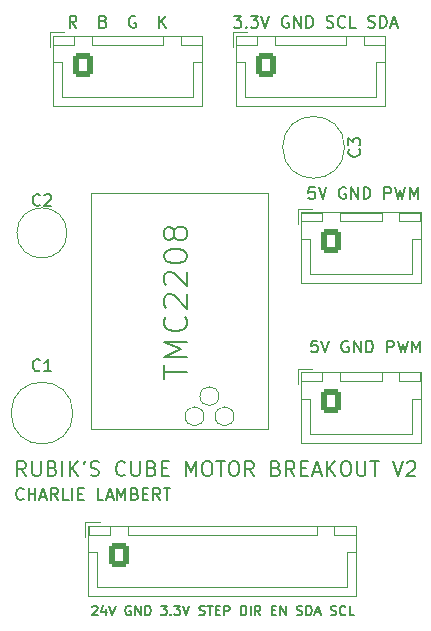
<source format=gbr>
G04 #@! TF.GenerationSoftware,KiCad,Pcbnew,8.0.0*
G04 #@! TF.CreationDate,2025-07-08T12:56:53-06:00*
G04 #@! TF.ProjectId,Motor Breakout,4d6f746f-7220-4427-9265-616b6f75742e,A*
G04 #@! TF.SameCoordinates,Original*
G04 #@! TF.FileFunction,Legend,Top*
G04 #@! TF.FilePolarity,Positive*
%FSLAX46Y46*%
G04 Gerber Fmt 4.6, Leading zero omitted, Abs format (unit mm)*
G04 Created by KiCad (PCBNEW 8.0.0) date 2025-07-08 12:56:53*
%MOMM*%
%LPD*%
G01*
G04 APERTURE LIST*
G04 Aperture macros list*
%AMRoundRect*
0 Rectangle with rounded corners*
0 $1 Rounding radius*
0 $2 $3 $4 $5 $6 $7 $8 $9 X,Y pos of 4 corners*
0 Add a 4 corners polygon primitive as box body*
4,1,4,$2,$3,$4,$5,$6,$7,$8,$9,$2,$3,0*
0 Add four circle primitives for the rounded corners*
1,1,$1+$1,$2,$3*
1,1,$1+$1,$4,$5*
1,1,$1+$1,$6,$7*
1,1,$1+$1,$8,$9*
0 Add four rect primitives between the rounded corners*
20,1,$1+$1,$2,$3,$4,$5,0*
20,1,$1+$1,$4,$5,$6,$7,0*
20,1,$1+$1,$6,$7,$8,$9,0*
20,1,$1+$1,$8,$9,$2,$3,0*%
G04 Aperture macros list end*
%ADD10C,0.150000*%
%ADD11C,0.200000*%
%ADD12C,0.120000*%
%ADD13C,0.100000*%
%ADD14C,1.600000*%
%ADD15RoundRect,0.250000X-0.600000X-0.725000X0.600000X-0.725000X0.600000X0.725000X-0.600000X0.725000X0*%
%ADD16O,1.700000X1.950000*%
%ADD17C,1.200000*%
G04 APERTURE END LIST*
D10*
X127251064Y-100382530D02*
X127289160Y-100344435D01*
X127289160Y-100344435D02*
X127365350Y-100306340D01*
X127365350Y-100306340D02*
X127555826Y-100306340D01*
X127555826Y-100306340D02*
X127632017Y-100344435D01*
X127632017Y-100344435D02*
X127670112Y-100382530D01*
X127670112Y-100382530D02*
X127708207Y-100458721D01*
X127708207Y-100458721D02*
X127708207Y-100534911D01*
X127708207Y-100534911D02*
X127670112Y-100649197D01*
X127670112Y-100649197D02*
X127212969Y-101106340D01*
X127212969Y-101106340D02*
X127708207Y-101106340D01*
X128393922Y-100573006D02*
X128393922Y-101106340D01*
X128203446Y-100268245D02*
X128012969Y-100839673D01*
X128012969Y-100839673D02*
X128508208Y-100839673D01*
X128698684Y-100306340D02*
X128965351Y-101106340D01*
X128965351Y-101106340D02*
X129232017Y-100306340D01*
X130527255Y-100344435D02*
X130451065Y-100306340D01*
X130451065Y-100306340D02*
X130336779Y-100306340D01*
X130336779Y-100306340D02*
X130222493Y-100344435D01*
X130222493Y-100344435D02*
X130146303Y-100420625D01*
X130146303Y-100420625D02*
X130108208Y-100496816D01*
X130108208Y-100496816D02*
X130070112Y-100649197D01*
X130070112Y-100649197D02*
X130070112Y-100763483D01*
X130070112Y-100763483D02*
X130108208Y-100915864D01*
X130108208Y-100915864D02*
X130146303Y-100992054D01*
X130146303Y-100992054D02*
X130222493Y-101068245D01*
X130222493Y-101068245D02*
X130336779Y-101106340D01*
X130336779Y-101106340D02*
X130412970Y-101106340D01*
X130412970Y-101106340D02*
X130527255Y-101068245D01*
X130527255Y-101068245D02*
X130565351Y-101030149D01*
X130565351Y-101030149D02*
X130565351Y-100763483D01*
X130565351Y-100763483D02*
X130412970Y-100763483D01*
X130908208Y-101106340D02*
X130908208Y-100306340D01*
X130908208Y-100306340D02*
X131365351Y-101106340D01*
X131365351Y-101106340D02*
X131365351Y-100306340D01*
X131746303Y-101106340D02*
X131746303Y-100306340D01*
X131746303Y-100306340D02*
X131936779Y-100306340D01*
X131936779Y-100306340D02*
X132051065Y-100344435D01*
X132051065Y-100344435D02*
X132127255Y-100420625D01*
X132127255Y-100420625D02*
X132165350Y-100496816D01*
X132165350Y-100496816D02*
X132203446Y-100649197D01*
X132203446Y-100649197D02*
X132203446Y-100763483D01*
X132203446Y-100763483D02*
X132165350Y-100915864D01*
X132165350Y-100915864D02*
X132127255Y-100992054D01*
X132127255Y-100992054D02*
X132051065Y-101068245D01*
X132051065Y-101068245D02*
X131936779Y-101106340D01*
X131936779Y-101106340D02*
X131746303Y-101106340D01*
X133079636Y-100306340D02*
X133574874Y-100306340D01*
X133574874Y-100306340D02*
X133308208Y-100611102D01*
X133308208Y-100611102D02*
X133422493Y-100611102D01*
X133422493Y-100611102D02*
X133498684Y-100649197D01*
X133498684Y-100649197D02*
X133536779Y-100687292D01*
X133536779Y-100687292D02*
X133574874Y-100763483D01*
X133574874Y-100763483D02*
X133574874Y-100953959D01*
X133574874Y-100953959D02*
X133536779Y-101030149D01*
X133536779Y-101030149D02*
X133498684Y-101068245D01*
X133498684Y-101068245D02*
X133422493Y-101106340D01*
X133422493Y-101106340D02*
X133193922Y-101106340D01*
X133193922Y-101106340D02*
X133117731Y-101068245D01*
X133117731Y-101068245D02*
X133079636Y-101030149D01*
X133917732Y-101030149D02*
X133955827Y-101068245D01*
X133955827Y-101068245D02*
X133917732Y-101106340D01*
X133917732Y-101106340D02*
X133879636Y-101068245D01*
X133879636Y-101068245D02*
X133917732Y-101030149D01*
X133917732Y-101030149D02*
X133917732Y-101106340D01*
X134222493Y-100306340D02*
X134717731Y-100306340D01*
X134717731Y-100306340D02*
X134451065Y-100611102D01*
X134451065Y-100611102D02*
X134565350Y-100611102D01*
X134565350Y-100611102D02*
X134641541Y-100649197D01*
X134641541Y-100649197D02*
X134679636Y-100687292D01*
X134679636Y-100687292D02*
X134717731Y-100763483D01*
X134717731Y-100763483D02*
X134717731Y-100953959D01*
X134717731Y-100953959D02*
X134679636Y-101030149D01*
X134679636Y-101030149D02*
X134641541Y-101068245D01*
X134641541Y-101068245D02*
X134565350Y-101106340D01*
X134565350Y-101106340D02*
X134336779Y-101106340D01*
X134336779Y-101106340D02*
X134260588Y-101068245D01*
X134260588Y-101068245D02*
X134222493Y-101030149D01*
X134946303Y-100306340D02*
X135212970Y-101106340D01*
X135212970Y-101106340D02*
X135479636Y-100306340D01*
X136317731Y-101068245D02*
X136432017Y-101106340D01*
X136432017Y-101106340D02*
X136622493Y-101106340D01*
X136622493Y-101106340D02*
X136698684Y-101068245D01*
X136698684Y-101068245D02*
X136736779Y-101030149D01*
X136736779Y-101030149D02*
X136774874Y-100953959D01*
X136774874Y-100953959D02*
X136774874Y-100877768D01*
X136774874Y-100877768D02*
X136736779Y-100801578D01*
X136736779Y-100801578D02*
X136698684Y-100763483D01*
X136698684Y-100763483D02*
X136622493Y-100725387D01*
X136622493Y-100725387D02*
X136470112Y-100687292D01*
X136470112Y-100687292D02*
X136393922Y-100649197D01*
X136393922Y-100649197D02*
X136355827Y-100611102D01*
X136355827Y-100611102D02*
X136317731Y-100534911D01*
X136317731Y-100534911D02*
X136317731Y-100458721D01*
X136317731Y-100458721D02*
X136355827Y-100382530D01*
X136355827Y-100382530D02*
X136393922Y-100344435D01*
X136393922Y-100344435D02*
X136470112Y-100306340D01*
X136470112Y-100306340D02*
X136660589Y-100306340D01*
X136660589Y-100306340D02*
X136774874Y-100344435D01*
X137003446Y-100306340D02*
X137460589Y-100306340D01*
X137232017Y-101106340D02*
X137232017Y-100306340D01*
X137727256Y-100687292D02*
X137993922Y-100687292D01*
X138108208Y-101106340D02*
X137727256Y-101106340D01*
X137727256Y-101106340D02*
X137727256Y-100306340D01*
X137727256Y-100306340D02*
X138108208Y-100306340D01*
X138451066Y-101106340D02*
X138451066Y-100306340D01*
X138451066Y-100306340D02*
X138755828Y-100306340D01*
X138755828Y-100306340D02*
X138832018Y-100344435D01*
X138832018Y-100344435D02*
X138870113Y-100382530D01*
X138870113Y-100382530D02*
X138908209Y-100458721D01*
X138908209Y-100458721D02*
X138908209Y-100573006D01*
X138908209Y-100573006D02*
X138870113Y-100649197D01*
X138870113Y-100649197D02*
X138832018Y-100687292D01*
X138832018Y-100687292D02*
X138755828Y-100725387D01*
X138755828Y-100725387D02*
X138451066Y-100725387D01*
X139860590Y-101106340D02*
X139860590Y-100306340D01*
X139860590Y-100306340D02*
X140051066Y-100306340D01*
X140051066Y-100306340D02*
X140165352Y-100344435D01*
X140165352Y-100344435D02*
X140241542Y-100420625D01*
X140241542Y-100420625D02*
X140279637Y-100496816D01*
X140279637Y-100496816D02*
X140317733Y-100649197D01*
X140317733Y-100649197D02*
X140317733Y-100763483D01*
X140317733Y-100763483D02*
X140279637Y-100915864D01*
X140279637Y-100915864D02*
X140241542Y-100992054D01*
X140241542Y-100992054D02*
X140165352Y-101068245D01*
X140165352Y-101068245D02*
X140051066Y-101106340D01*
X140051066Y-101106340D02*
X139860590Y-101106340D01*
X140660590Y-101106340D02*
X140660590Y-100306340D01*
X141498685Y-101106340D02*
X141232018Y-100725387D01*
X141041542Y-101106340D02*
X141041542Y-100306340D01*
X141041542Y-100306340D02*
X141346304Y-100306340D01*
X141346304Y-100306340D02*
X141422494Y-100344435D01*
X141422494Y-100344435D02*
X141460589Y-100382530D01*
X141460589Y-100382530D02*
X141498685Y-100458721D01*
X141498685Y-100458721D02*
X141498685Y-100573006D01*
X141498685Y-100573006D02*
X141460589Y-100649197D01*
X141460589Y-100649197D02*
X141422494Y-100687292D01*
X141422494Y-100687292D02*
X141346304Y-100725387D01*
X141346304Y-100725387D02*
X141041542Y-100725387D01*
X142451066Y-100687292D02*
X142717732Y-100687292D01*
X142832018Y-101106340D02*
X142451066Y-101106340D01*
X142451066Y-101106340D02*
X142451066Y-100306340D01*
X142451066Y-100306340D02*
X142832018Y-100306340D01*
X143174876Y-101106340D02*
X143174876Y-100306340D01*
X143174876Y-100306340D02*
X143632019Y-101106340D01*
X143632019Y-101106340D02*
X143632019Y-100306340D01*
X144584399Y-101068245D02*
X144698685Y-101106340D01*
X144698685Y-101106340D02*
X144889161Y-101106340D01*
X144889161Y-101106340D02*
X144965352Y-101068245D01*
X144965352Y-101068245D02*
X145003447Y-101030149D01*
X145003447Y-101030149D02*
X145041542Y-100953959D01*
X145041542Y-100953959D02*
X145041542Y-100877768D01*
X145041542Y-100877768D02*
X145003447Y-100801578D01*
X145003447Y-100801578D02*
X144965352Y-100763483D01*
X144965352Y-100763483D02*
X144889161Y-100725387D01*
X144889161Y-100725387D02*
X144736780Y-100687292D01*
X144736780Y-100687292D02*
X144660590Y-100649197D01*
X144660590Y-100649197D02*
X144622495Y-100611102D01*
X144622495Y-100611102D02*
X144584399Y-100534911D01*
X144584399Y-100534911D02*
X144584399Y-100458721D01*
X144584399Y-100458721D02*
X144622495Y-100382530D01*
X144622495Y-100382530D02*
X144660590Y-100344435D01*
X144660590Y-100344435D02*
X144736780Y-100306340D01*
X144736780Y-100306340D02*
X144927257Y-100306340D01*
X144927257Y-100306340D02*
X145041542Y-100344435D01*
X145384400Y-101106340D02*
X145384400Y-100306340D01*
X145384400Y-100306340D02*
X145574876Y-100306340D01*
X145574876Y-100306340D02*
X145689162Y-100344435D01*
X145689162Y-100344435D02*
X145765352Y-100420625D01*
X145765352Y-100420625D02*
X145803447Y-100496816D01*
X145803447Y-100496816D02*
X145841543Y-100649197D01*
X145841543Y-100649197D02*
X145841543Y-100763483D01*
X145841543Y-100763483D02*
X145803447Y-100915864D01*
X145803447Y-100915864D02*
X145765352Y-100992054D01*
X145765352Y-100992054D02*
X145689162Y-101068245D01*
X145689162Y-101068245D02*
X145574876Y-101106340D01*
X145574876Y-101106340D02*
X145384400Y-101106340D01*
X146146304Y-100877768D02*
X146527257Y-100877768D01*
X146070114Y-101106340D02*
X146336781Y-100306340D01*
X146336781Y-100306340D02*
X146603447Y-101106340D01*
X147441542Y-101068245D02*
X147555828Y-101106340D01*
X147555828Y-101106340D02*
X147746304Y-101106340D01*
X147746304Y-101106340D02*
X147822495Y-101068245D01*
X147822495Y-101068245D02*
X147860590Y-101030149D01*
X147860590Y-101030149D02*
X147898685Y-100953959D01*
X147898685Y-100953959D02*
X147898685Y-100877768D01*
X147898685Y-100877768D02*
X147860590Y-100801578D01*
X147860590Y-100801578D02*
X147822495Y-100763483D01*
X147822495Y-100763483D02*
X147746304Y-100725387D01*
X147746304Y-100725387D02*
X147593923Y-100687292D01*
X147593923Y-100687292D02*
X147517733Y-100649197D01*
X147517733Y-100649197D02*
X147479638Y-100611102D01*
X147479638Y-100611102D02*
X147441542Y-100534911D01*
X147441542Y-100534911D02*
X147441542Y-100458721D01*
X147441542Y-100458721D02*
X147479638Y-100382530D01*
X147479638Y-100382530D02*
X147517733Y-100344435D01*
X147517733Y-100344435D02*
X147593923Y-100306340D01*
X147593923Y-100306340D02*
X147784400Y-100306340D01*
X147784400Y-100306340D02*
X147898685Y-100344435D01*
X148698686Y-101030149D02*
X148660590Y-101068245D01*
X148660590Y-101068245D02*
X148546305Y-101106340D01*
X148546305Y-101106340D02*
X148470114Y-101106340D01*
X148470114Y-101106340D02*
X148355828Y-101068245D01*
X148355828Y-101068245D02*
X148279638Y-100992054D01*
X148279638Y-100992054D02*
X148241543Y-100915864D01*
X148241543Y-100915864D02*
X148203447Y-100763483D01*
X148203447Y-100763483D02*
X148203447Y-100649197D01*
X148203447Y-100649197D02*
X148241543Y-100496816D01*
X148241543Y-100496816D02*
X148279638Y-100420625D01*
X148279638Y-100420625D02*
X148355828Y-100344435D01*
X148355828Y-100344435D02*
X148470114Y-100306340D01*
X148470114Y-100306340D02*
X148546305Y-100306340D01*
X148546305Y-100306340D02*
X148660590Y-100344435D01*
X148660590Y-100344435D02*
X148698686Y-100382530D01*
X149422495Y-101106340D02*
X149041543Y-101106340D01*
X149041543Y-101106340D02*
X149041543Y-100306340D01*
X146087969Y-64869819D02*
X145611779Y-64869819D01*
X145611779Y-64869819D02*
X145564160Y-65346009D01*
X145564160Y-65346009D02*
X145611779Y-65298390D01*
X145611779Y-65298390D02*
X145707017Y-65250771D01*
X145707017Y-65250771D02*
X145945112Y-65250771D01*
X145945112Y-65250771D02*
X146040350Y-65298390D01*
X146040350Y-65298390D02*
X146087969Y-65346009D01*
X146087969Y-65346009D02*
X146135588Y-65441247D01*
X146135588Y-65441247D02*
X146135588Y-65679342D01*
X146135588Y-65679342D02*
X146087969Y-65774580D01*
X146087969Y-65774580D02*
X146040350Y-65822200D01*
X146040350Y-65822200D02*
X145945112Y-65869819D01*
X145945112Y-65869819D02*
X145707017Y-65869819D01*
X145707017Y-65869819D02*
X145611779Y-65822200D01*
X145611779Y-65822200D02*
X145564160Y-65774580D01*
X146421303Y-64869819D02*
X146754636Y-65869819D01*
X146754636Y-65869819D02*
X147087969Y-64869819D01*
X148707017Y-64917438D02*
X148611779Y-64869819D01*
X148611779Y-64869819D02*
X148468922Y-64869819D01*
X148468922Y-64869819D02*
X148326065Y-64917438D01*
X148326065Y-64917438D02*
X148230827Y-65012676D01*
X148230827Y-65012676D02*
X148183208Y-65107914D01*
X148183208Y-65107914D02*
X148135589Y-65298390D01*
X148135589Y-65298390D02*
X148135589Y-65441247D01*
X148135589Y-65441247D02*
X148183208Y-65631723D01*
X148183208Y-65631723D02*
X148230827Y-65726961D01*
X148230827Y-65726961D02*
X148326065Y-65822200D01*
X148326065Y-65822200D02*
X148468922Y-65869819D01*
X148468922Y-65869819D02*
X148564160Y-65869819D01*
X148564160Y-65869819D02*
X148707017Y-65822200D01*
X148707017Y-65822200D02*
X148754636Y-65774580D01*
X148754636Y-65774580D02*
X148754636Y-65441247D01*
X148754636Y-65441247D02*
X148564160Y-65441247D01*
X149183208Y-65869819D02*
X149183208Y-64869819D01*
X149183208Y-64869819D02*
X149754636Y-65869819D01*
X149754636Y-65869819D02*
X149754636Y-64869819D01*
X150230827Y-65869819D02*
X150230827Y-64869819D01*
X150230827Y-64869819D02*
X150468922Y-64869819D01*
X150468922Y-64869819D02*
X150611779Y-64917438D01*
X150611779Y-64917438D02*
X150707017Y-65012676D01*
X150707017Y-65012676D02*
X150754636Y-65107914D01*
X150754636Y-65107914D02*
X150802255Y-65298390D01*
X150802255Y-65298390D02*
X150802255Y-65441247D01*
X150802255Y-65441247D02*
X150754636Y-65631723D01*
X150754636Y-65631723D02*
X150707017Y-65726961D01*
X150707017Y-65726961D02*
X150611779Y-65822200D01*
X150611779Y-65822200D02*
X150468922Y-65869819D01*
X150468922Y-65869819D02*
X150230827Y-65869819D01*
X151992732Y-65869819D02*
X151992732Y-64869819D01*
X151992732Y-64869819D02*
X152373684Y-64869819D01*
X152373684Y-64869819D02*
X152468922Y-64917438D01*
X152468922Y-64917438D02*
X152516541Y-64965057D01*
X152516541Y-64965057D02*
X152564160Y-65060295D01*
X152564160Y-65060295D02*
X152564160Y-65203152D01*
X152564160Y-65203152D02*
X152516541Y-65298390D01*
X152516541Y-65298390D02*
X152468922Y-65346009D01*
X152468922Y-65346009D02*
X152373684Y-65393628D01*
X152373684Y-65393628D02*
X151992732Y-65393628D01*
X152897494Y-64869819D02*
X153135589Y-65869819D01*
X153135589Y-65869819D02*
X153326065Y-65155533D01*
X153326065Y-65155533D02*
X153516541Y-65869819D01*
X153516541Y-65869819D02*
X153754637Y-64869819D01*
X154135589Y-65869819D02*
X154135589Y-64869819D01*
X154135589Y-64869819D02*
X154468922Y-65584104D01*
X154468922Y-65584104D02*
X154802255Y-64869819D01*
X154802255Y-64869819D02*
X154802255Y-65869819D01*
X146312969Y-77869819D02*
X145836779Y-77869819D01*
X145836779Y-77869819D02*
X145789160Y-78346009D01*
X145789160Y-78346009D02*
X145836779Y-78298390D01*
X145836779Y-78298390D02*
X145932017Y-78250771D01*
X145932017Y-78250771D02*
X146170112Y-78250771D01*
X146170112Y-78250771D02*
X146265350Y-78298390D01*
X146265350Y-78298390D02*
X146312969Y-78346009D01*
X146312969Y-78346009D02*
X146360588Y-78441247D01*
X146360588Y-78441247D02*
X146360588Y-78679342D01*
X146360588Y-78679342D02*
X146312969Y-78774580D01*
X146312969Y-78774580D02*
X146265350Y-78822200D01*
X146265350Y-78822200D02*
X146170112Y-78869819D01*
X146170112Y-78869819D02*
X145932017Y-78869819D01*
X145932017Y-78869819D02*
X145836779Y-78822200D01*
X145836779Y-78822200D02*
X145789160Y-78774580D01*
X146646303Y-77869819D02*
X146979636Y-78869819D01*
X146979636Y-78869819D02*
X147312969Y-77869819D01*
X148932017Y-77917438D02*
X148836779Y-77869819D01*
X148836779Y-77869819D02*
X148693922Y-77869819D01*
X148693922Y-77869819D02*
X148551065Y-77917438D01*
X148551065Y-77917438D02*
X148455827Y-78012676D01*
X148455827Y-78012676D02*
X148408208Y-78107914D01*
X148408208Y-78107914D02*
X148360589Y-78298390D01*
X148360589Y-78298390D02*
X148360589Y-78441247D01*
X148360589Y-78441247D02*
X148408208Y-78631723D01*
X148408208Y-78631723D02*
X148455827Y-78726961D01*
X148455827Y-78726961D02*
X148551065Y-78822200D01*
X148551065Y-78822200D02*
X148693922Y-78869819D01*
X148693922Y-78869819D02*
X148789160Y-78869819D01*
X148789160Y-78869819D02*
X148932017Y-78822200D01*
X148932017Y-78822200D02*
X148979636Y-78774580D01*
X148979636Y-78774580D02*
X148979636Y-78441247D01*
X148979636Y-78441247D02*
X148789160Y-78441247D01*
X149408208Y-78869819D02*
X149408208Y-77869819D01*
X149408208Y-77869819D02*
X149979636Y-78869819D01*
X149979636Y-78869819D02*
X149979636Y-77869819D01*
X150455827Y-78869819D02*
X150455827Y-77869819D01*
X150455827Y-77869819D02*
X150693922Y-77869819D01*
X150693922Y-77869819D02*
X150836779Y-77917438D01*
X150836779Y-77917438D02*
X150932017Y-78012676D01*
X150932017Y-78012676D02*
X150979636Y-78107914D01*
X150979636Y-78107914D02*
X151027255Y-78298390D01*
X151027255Y-78298390D02*
X151027255Y-78441247D01*
X151027255Y-78441247D02*
X150979636Y-78631723D01*
X150979636Y-78631723D02*
X150932017Y-78726961D01*
X150932017Y-78726961D02*
X150836779Y-78822200D01*
X150836779Y-78822200D02*
X150693922Y-78869819D01*
X150693922Y-78869819D02*
X150455827Y-78869819D01*
X152217732Y-78869819D02*
X152217732Y-77869819D01*
X152217732Y-77869819D02*
X152598684Y-77869819D01*
X152598684Y-77869819D02*
X152693922Y-77917438D01*
X152693922Y-77917438D02*
X152741541Y-77965057D01*
X152741541Y-77965057D02*
X152789160Y-78060295D01*
X152789160Y-78060295D02*
X152789160Y-78203152D01*
X152789160Y-78203152D02*
X152741541Y-78298390D01*
X152741541Y-78298390D02*
X152693922Y-78346009D01*
X152693922Y-78346009D02*
X152598684Y-78393628D01*
X152598684Y-78393628D02*
X152217732Y-78393628D01*
X153122494Y-77869819D02*
X153360589Y-78869819D01*
X153360589Y-78869819D02*
X153551065Y-78155533D01*
X153551065Y-78155533D02*
X153741541Y-78869819D01*
X153741541Y-78869819D02*
X153979637Y-77869819D01*
X154360589Y-78869819D02*
X154360589Y-77869819D01*
X154360589Y-77869819D02*
X154693922Y-78584104D01*
X154693922Y-78584104D02*
X155027255Y-77869819D01*
X155027255Y-77869819D02*
X155027255Y-78869819D01*
D11*
X121643482Y-89336623D02*
X121226816Y-88741385D01*
X120929197Y-89336623D02*
X120929197Y-88086623D01*
X120929197Y-88086623D02*
X121405387Y-88086623D01*
X121405387Y-88086623D02*
X121524435Y-88146147D01*
X121524435Y-88146147D02*
X121583958Y-88205671D01*
X121583958Y-88205671D02*
X121643482Y-88324719D01*
X121643482Y-88324719D02*
X121643482Y-88503290D01*
X121643482Y-88503290D02*
X121583958Y-88622338D01*
X121583958Y-88622338D02*
X121524435Y-88681861D01*
X121524435Y-88681861D02*
X121405387Y-88741385D01*
X121405387Y-88741385D02*
X120929197Y-88741385D01*
X122179197Y-88086623D02*
X122179197Y-89098528D01*
X122179197Y-89098528D02*
X122238720Y-89217576D01*
X122238720Y-89217576D02*
X122298244Y-89277100D01*
X122298244Y-89277100D02*
X122417292Y-89336623D01*
X122417292Y-89336623D02*
X122655387Y-89336623D01*
X122655387Y-89336623D02*
X122774435Y-89277100D01*
X122774435Y-89277100D02*
X122833958Y-89217576D01*
X122833958Y-89217576D02*
X122893482Y-89098528D01*
X122893482Y-89098528D02*
X122893482Y-88086623D01*
X123905387Y-88681861D02*
X124083959Y-88741385D01*
X124083959Y-88741385D02*
X124143482Y-88800909D01*
X124143482Y-88800909D02*
X124203006Y-88919957D01*
X124203006Y-88919957D02*
X124203006Y-89098528D01*
X124203006Y-89098528D02*
X124143482Y-89217576D01*
X124143482Y-89217576D02*
X124083959Y-89277100D01*
X124083959Y-89277100D02*
X123964911Y-89336623D01*
X123964911Y-89336623D02*
X123488721Y-89336623D01*
X123488721Y-89336623D02*
X123488721Y-88086623D01*
X123488721Y-88086623D02*
X123905387Y-88086623D01*
X123905387Y-88086623D02*
X124024435Y-88146147D01*
X124024435Y-88146147D02*
X124083959Y-88205671D01*
X124083959Y-88205671D02*
X124143482Y-88324719D01*
X124143482Y-88324719D02*
X124143482Y-88443766D01*
X124143482Y-88443766D02*
X124083959Y-88562814D01*
X124083959Y-88562814D02*
X124024435Y-88622338D01*
X124024435Y-88622338D02*
X123905387Y-88681861D01*
X123905387Y-88681861D02*
X123488721Y-88681861D01*
X124738721Y-89336623D02*
X124738721Y-88086623D01*
X125333959Y-89336623D02*
X125333959Y-88086623D01*
X126048244Y-89336623D02*
X125512530Y-88622338D01*
X126048244Y-88086623D02*
X125333959Y-88800909D01*
X126643482Y-88086623D02*
X126524435Y-88324719D01*
X127119673Y-89277100D02*
X127298244Y-89336623D01*
X127298244Y-89336623D02*
X127595863Y-89336623D01*
X127595863Y-89336623D02*
X127714911Y-89277100D01*
X127714911Y-89277100D02*
X127774435Y-89217576D01*
X127774435Y-89217576D02*
X127833958Y-89098528D01*
X127833958Y-89098528D02*
X127833958Y-88979480D01*
X127833958Y-88979480D02*
X127774435Y-88860433D01*
X127774435Y-88860433D02*
X127714911Y-88800909D01*
X127714911Y-88800909D02*
X127595863Y-88741385D01*
X127595863Y-88741385D02*
X127357768Y-88681861D01*
X127357768Y-88681861D02*
X127238720Y-88622338D01*
X127238720Y-88622338D02*
X127179197Y-88562814D01*
X127179197Y-88562814D02*
X127119673Y-88443766D01*
X127119673Y-88443766D02*
X127119673Y-88324719D01*
X127119673Y-88324719D02*
X127179197Y-88205671D01*
X127179197Y-88205671D02*
X127238720Y-88146147D01*
X127238720Y-88146147D02*
X127357768Y-88086623D01*
X127357768Y-88086623D02*
X127655387Y-88086623D01*
X127655387Y-88086623D02*
X127833958Y-88146147D01*
X130036339Y-89217576D02*
X129976815Y-89277100D01*
X129976815Y-89277100D02*
X129798244Y-89336623D01*
X129798244Y-89336623D02*
X129679196Y-89336623D01*
X129679196Y-89336623D02*
X129500625Y-89277100D01*
X129500625Y-89277100D02*
X129381577Y-89158052D01*
X129381577Y-89158052D02*
X129322054Y-89039004D01*
X129322054Y-89039004D02*
X129262530Y-88800909D01*
X129262530Y-88800909D02*
X129262530Y-88622338D01*
X129262530Y-88622338D02*
X129322054Y-88384242D01*
X129322054Y-88384242D02*
X129381577Y-88265195D01*
X129381577Y-88265195D02*
X129500625Y-88146147D01*
X129500625Y-88146147D02*
X129679196Y-88086623D01*
X129679196Y-88086623D02*
X129798244Y-88086623D01*
X129798244Y-88086623D02*
X129976815Y-88146147D01*
X129976815Y-88146147D02*
X130036339Y-88205671D01*
X130572054Y-88086623D02*
X130572054Y-89098528D01*
X130572054Y-89098528D02*
X130631577Y-89217576D01*
X130631577Y-89217576D02*
X130691101Y-89277100D01*
X130691101Y-89277100D02*
X130810149Y-89336623D01*
X130810149Y-89336623D02*
X131048244Y-89336623D01*
X131048244Y-89336623D02*
X131167292Y-89277100D01*
X131167292Y-89277100D02*
X131226815Y-89217576D01*
X131226815Y-89217576D02*
X131286339Y-89098528D01*
X131286339Y-89098528D02*
X131286339Y-88086623D01*
X132298244Y-88681861D02*
X132476816Y-88741385D01*
X132476816Y-88741385D02*
X132536339Y-88800909D01*
X132536339Y-88800909D02*
X132595863Y-88919957D01*
X132595863Y-88919957D02*
X132595863Y-89098528D01*
X132595863Y-89098528D02*
X132536339Y-89217576D01*
X132536339Y-89217576D02*
X132476816Y-89277100D01*
X132476816Y-89277100D02*
X132357768Y-89336623D01*
X132357768Y-89336623D02*
X131881578Y-89336623D01*
X131881578Y-89336623D02*
X131881578Y-88086623D01*
X131881578Y-88086623D02*
X132298244Y-88086623D01*
X132298244Y-88086623D02*
X132417292Y-88146147D01*
X132417292Y-88146147D02*
X132476816Y-88205671D01*
X132476816Y-88205671D02*
X132536339Y-88324719D01*
X132536339Y-88324719D02*
X132536339Y-88443766D01*
X132536339Y-88443766D02*
X132476816Y-88562814D01*
X132476816Y-88562814D02*
X132417292Y-88622338D01*
X132417292Y-88622338D02*
X132298244Y-88681861D01*
X132298244Y-88681861D02*
X131881578Y-88681861D01*
X133131578Y-88681861D02*
X133548244Y-88681861D01*
X133726816Y-89336623D02*
X133131578Y-89336623D01*
X133131578Y-89336623D02*
X133131578Y-88086623D01*
X133131578Y-88086623D02*
X133726816Y-88086623D01*
X135214911Y-89336623D02*
X135214911Y-88086623D01*
X135214911Y-88086623D02*
X135631577Y-88979480D01*
X135631577Y-88979480D02*
X136048244Y-88086623D01*
X136048244Y-88086623D02*
X136048244Y-89336623D01*
X136881577Y-88086623D02*
X137119672Y-88086623D01*
X137119672Y-88086623D02*
X137238720Y-88146147D01*
X137238720Y-88146147D02*
X137357767Y-88265195D01*
X137357767Y-88265195D02*
X137417291Y-88503290D01*
X137417291Y-88503290D02*
X137417291Y-88919957D01*
X137417291Y-88919957D02*
X137357767Y-89158052D01*
X137357767Y-89158052D02*
X137238720Y-89277100D01*
X137238720Y-89277100D02*
X137119672Y-89336623D01*
X137119672Y-89336623D02*
X136881577Y-89336623D01*
X136881577Y-89336623D02*
X136762529Y-89277100D01*
X136762529Y-89277100D02*
X136643482Y-89158052D01*
X136643482Y-89158052D02*
X136583958Y-88919957D01*
X136583958Y-88919957D02*
X136583958Y-88503290D01*
X136583958Y-88503290D02*
X136643482Y-88265195D01*
X136643482Y-88265195D02*
X136762529Y-88146147D01*
X136762529Y-88146147D02*
X136881577Y-88086623D01*
X137774434Y-88086623D02*
X138488720Y-88086623D01*
X138131577Y-89336623D02*
X138131577Y-88086623D01*
X139143482Y-88086623D02*
X139381577Y-88086623D01*
X139381577Y-88086623D02*
X139500625Y-88146147D01*
X139500625Y-88146147D02*
X139619672Y-88265195D01*
X139619672Y-88265195D02*
X139679196Y-88503290D01*
X139679196Y-88503290D02*
X139679196Y-88919957D01*
X139679196Y-88919957D02*
X139619672Y-89158052D01*
X139619672Y-89158052D02*
X139500625Y-89277100D01*
X139500625Y-89277100D02*
X139381577Y-89336623D01*
X139381577Y-89336623D02*
X139143482Y-89336623D01*
X139143482Y-89336623D02*
X139024434Y-89277100D01*
X139024434Y-89277100D02*
X138905387Y-89158052D01*
X138905387Y-89158052D02*
X138845863Y-88919957D01*
X138845863Y-88919957D02*
X138845863Y-88503290D01*
X138845863Y-88503290D02*
X138905387Y-88265195D01*
X138905387Y-88265195D02*
X139024434Y-88146147D01*
X139024434Y-88146147D02*
X139143482Y-88086623D01*
X140929196Y-89336623D02*
X140512530Y-88741385D01*
X140214911Y-89336623D02*
X140214911Y-88086623D01*
X140214911Y-88086623D02*
X140691101Y-88086623D01*
X140691101Y-88086623D02*
X140810149Y-88146147D01*
X140810149Y-88146147D02*
X140869672Y-88205671D01*
X140869672Y-88205671D02*
X140929196Y-88324719D01*
X140929196Y-88324719D02*
X140929196Y-88503290D01*
X140929196Y-88503290D02*
X140869672Y-88622338D01*
X140869672Y-88622338D02*
X140810149Y-88681861D01*
X140810149Y-88681861D02*
X140691101Y-88741385D01*
X140691101Y-88741385D02*
X140214911Y-88741385D01*
X142833958Y-88681861D02*
X143012530Y-88741385D01*
X143012530Y-88741385D02*
X143072053Y-88800909D01*
X143072053Y-88800909D02*
X143131577Y-88919957D01*
X143131577Y-88919957D02*
X143131577Y-89098528D01*
X143131577Y-89098528D02*
X143072053Y-89217576D01*
X143072053Y-89217576D02*
X143012530Y-89277100D01*
X143012530Y-89277100D02*
X142893482Y-89336623D01*
X142893482Y-89336623D02*
X142417292Y-89336623D01*
X142417292Y-89336623D02*
X142417292Y-88086623D01*
X142417292Y-88086623D02*
X142833958Y-88086623D01*
X142833958Y-88086623D02*
X142953006Y-88146147D01*
X142953006Y-88146147D02*
X143012530Y-88205671D01*
X143012530Y-88205671D02*
X143072053Y-88324719D01*
X143072053Y-88324719D02*
X143072053Y-88443766D01*
X143072053Y-88443766D02*
X143012530Y-88562814D01*
X143012530Y-88562814D02*
X142953006Y-88622338D01*
X142953006Y-88622338D02*
X142833958Y-88681861D01*
X142833958Y-88681861D02*
X142417292Y-88681861D01*
X144381577Y-89336623D02*
X143964911Y-88741385D01*
X143667292Y-89336623D02*
X143667292Y-88086623D01*
X143667292Y-88086623D02*
X144143482Y-88086623D01*
X144143482Y-88086623D02*
X144262530Y-88146147D01*
X144262530Y-88146147D02*
X144322053Y-88205671D01*
X144322053Y-88205671D02*
X144381577Y-88324719D01*
X144381577Y-88324719D02*
X144381577Y-88503290D01*
X144381577Y-88503290D02*
X144322053Y-88622338D01*
X144322053Y-88622338D02*
X144262530Y-88681861D01*
X144262530Y-88681861D02*
X144143482Y-88741385D01*
X144143482Y-88741385D02*
X143667292Y-88741385D01*
X144917292Y-88681861D02*
X145333958Y-88681861D01*
X145512530Y-89336623D02*
X144917292Y-89336623D01*
X144917292Y-89336623D02*
X144917292Y-88086623D01*
X144917292Y-88086623D02*
X145512530Y-88086623D01*
X145988720Y-88979480D02*
X146583958Y-88979480D01*
X145869672Y-89336623D02*
X146286339Y-88086623D01*
X146286339Y-88086623D02*
X146703005Y-89336623D01*
X147119673Y-89336623D02*
X147119673Y-88086623D01*
X147833958Y-89336623D02*
X147298244Y-88622338D01*
X147833958Y-88086623D02*
X147119673Y-88800909D01*
X148607768Y-88086623D02*
X148845863Y-88086623D01*
X148845863Y-88086623D02*
X148964911Y-88146147D01*
X148964911Y-88146147D02*
X149083958Y-88265195D01*
X149083958Y-88265195D02*
X149143482Y-88503290D01*
X149143482Y-88503290D02*
X149143482Y-88919957D01*
X149143482Y-88919957D02*
X149083958Y-89158052D01*
X149083958Y-89158052D02*
X148964911Y-89277100D01*
X148964911Y-89277100D02*
X148845863Y-89336623D01*
X148845863Y-89336623D02*
X148607768Y-89336623D01*
X148607768Y-89336623D02*
X148488720Y-89277100D01*
X148488720Y-89277100D02*
X148369673Y-89158052D01*
X148369673Y-89158052D02*
X148310149Y-88919957D01*
X148310149Y-88919957D02*
X148310149Y-88503290D01*
X148310149Y-88503290D02*
X148369673Y-88265195D01*
X148369673Y-88265195D02*
X148488720Y-88146147D01*
X148488720Y-88146147D02*
X148607768Y-88086623D01*
X149679197Y-88086623D02*
X149679197Y-89098528D01*
X149679197Y-89098528D02*
X149738720Y-89217576D01*
X149738720Y-89217576D02*
X149798244Y-89277100D01*
X149798244Y-89277100D02*
X149917292Y-89336623D01*
X149917292Y-89336623D02*
X150155387Y-89336623D01*
X150155387Y-89336623D02*
X150274435Y-89277100D01*
X150274435Y-89277100D02*
X150333958Y-89217576D01*
X150333958Y-89217576D02*
X150393482Y-89098528D01*
X150393482Y-89098528D02*
X150393482Y-88086623D01*
X150810149Y-88086623D02*
X151524435Y-88086623D01*
X151167292Y-89336623D02*
X151167292Y-88086623D01*
X152714911Y-88086623D02*
X153131578Y-89336623D01*
X153131578Y-89336623D02*
X153548244Y-88086623D01*
X153905388Y-88205671D02*
X153964912Y-88146147D01*
X153964912Y-88146147D02*
X154083959Y-88086623D01*
X154083959Y-88086623D02*
X154381578Y-88086623D01*
X154381578Y-88086623D02*
X154500626Y-88146147D01*
X154500626Y-88146147D02*
X154560150Y-88205671D01*
X154560150Y-88205671D02*
X154619673Y-88324719D01*
X154619673Y-88324719D02*
X154619673Y-88443766D01*
X154619673Y-88443766D02*
X154560150Y-88622338D01*
X154560150Y-88622338D02*
X153845864Y-89336623D01*
X153845864Y-89336623D02*
X154619673Y-89336623D01*
D10*
X139241541Y-50369819D02*
X139860588Y-50369819D01*
X139860588Y-50369819D02*
X139527255Y-50750771D01*
X139527255Y-50750771D02*
X139670112Y-50750771D01*
X139670112Y-50750771D02*
X139765350Y-50798390D01*
X139765350Y-50798390D02*
X139812969Y-50846009D01*
X139812969Y-50846009D02*
X139860588Y-50941247D01*
X139860588Y-50941247D02*
X139860588Y-51179342D01*
X139860588Y-51179342D02*
X139812969Y-51274580D01*
X139812969Y-51274580D02*
X139765350Y-51322200D01*
X139765350Y-51322200D02*
X139670112Y-51369819D01*
X139670112Y-51369819D02*
X139384398Y-51369819D01*
X139384398Y-51369819D02*
X139289160Y-51322200D01*
X139289160Y-51322200D02*
X139241541Y-51274580D01*
X140289160Y-51274580D02*
X140336779Y-51322200D01*
X140336779Y-51322200D02*
X140289160Y-51369819D01*
X140289160Y-51369819D02*
X140241541Y-51322200D01*
X140241541Y-51322200D02*
X140289160Y-51274580D01*
X140289160Y-51274580D02*
X140289160Y-51369819D01*
X140670112Y-50369819D02*
X141289159Y-50369819D01*
X141289159Y-50369819D02*
X140955826Y-50750771D01*
X140955826Y-50750771D02*
X141098683Y-50750771D01*
X141098683Y-50750771D02*
X141193921Y-50798390D01*
X141193921Y-50798390D02*
X141241540Y-50846009D01*
X141241540Y-50846009D02*
X141289159Y-50941247D01*
X141289159Y-50941247D02*
X141289159Y-51179342D01*
X141289159Y-51179342D02*
X141241540Y-51274580D01*
X141241540Y-51274580D02*
X141193921Y-51322200D01*
X141193921Y-51322200D02*
X141098683Y-51369819D01*
X141098683Y-51369819D02*
X140812969Y-51369819D01*
X140812969Y-51369819D02*
X140717731Y-51322200D01*
X140717731Y-51322200D02*
X140670112Y-51274580D01*
X141574874Y-50369819D02*
X141908207Y-51369819D01*
X141908207Y-51369819D02*
X142241540Y-50369819D01*
X143860588Y-50417438D02*
X143765350Y-50369819D01*
X143765350Y-50369819D02*
X143622493Y-50369819D01*
X143622493Y-50369819D02*
X143479636Y-50417438D01*
X143479636Y-50417438D02*
X143384398Y-50512676D01*
X143384398Y-50512676D02*
X143336779Y-50607914D01*
X143336779Y-50607914D02*
X143289160Y-50798390D01*
X143289160Y-50798390D02*
X143289160Y-50941247D01*
X143289160Y-50941247D02*
X143336779Y-51131723D01*
X143336779Y-51131723D02*
X143384398Y-51226961D01*
X143384398Y-51226961D02*
X143479636Y-51322200D01*
X143479636Y-51322200D02*
X143622493Y-51369819D01*
X143622493Y-51369819D02*
X143717731Y-51369819D01*
X143717731Y-51369819D02*
X143860588Y-51322200D01*
X143860588Y-51322200D02*
X143908207Y-51274580D01*
X143908207Y-51274580D02*
X143908207Y-50941247D01*
X143908207Y-50941247D02*
X143717731Y-50941247D01*
X144336779Y-51369819D02*
X144336779Y-50369819D01*
X144336779Y-50369819D02*
X144908207Y-51369819D01*
X144908207Y-51369819D02*
X144908207Y-50369819D01*
X145384398Y-51369819D02*
X145384398Y-50369819D01*
X145384398Y-50369819D02*
X145622493Y-50369819D01*
X145622493Y-50369819D02*
X145765350Y-50417438D01*
X145765350Y-50417438D02*
X145860588Y-50512676D01*
X145860588Y-50512676D02*
X145908207Y-50607914D01*
X145908207Y-50607914D02*
X145955826Y-50798390D01*
X145955826Y-50798390D02*
X145955826Y-50941247D01*
X145955826Y-50941247D02*
X145908207Y-51131723D01*
X145908207Y-51131723D02*
X145860588Y-51226961D01*
X145860588Y-51226961D02*
X145765350Y-51322200D01*
X145765350Y-51322200D02*
X145622493Y-51369819D01*
X145622493Y-51369819D02*
X145384398Y-51369819D01*
X147098684Y-51322200D02*
X147241541Y-51369819D01*
X147241541Y-51369819D02*
X147479636Y-51369819D01*
X147479636Y-51369819D02*
X147574874Y-51322200D01*
X147574874Y-51322200D02*
X147622493Y-51274580D01*
X147622493Y-51274580D02*
X147670112Y-51179342D01*
X147670112Y-51179342D02*
X147670112Y-51084104D01*
X147670112Y-51084104D02*
X147622493Y-50988866D01*
X147622493Y-50988866D02*
X147574874Y-50941247D01*
X147574874Y-50941247D02*
X147479636Y-50893628D01*
X147479636Y-50893628D02*
X147289160Y-50846009D01*
X147289160Y-50846009D02*
X147193922Y-50798390D01*
X147193922Y-50798390D02*
X147146303Y-50750771D01*
X147146303Y-50750771D02*
X147098684Y-50655533D01*
X147098684Y-50655533D02*
X147098684Y-50560295D01*
X147098684Y-50560295D02*
X147146303Y-50465057D01*
X147146303Y-50465057D02*
X147193922Y-50417438D01*
X147193922Y-50417438D02*
X147289160Y-50369819D01*
X147289160Y-50369819D02*
X147527255Y-50369819D01*
X147527255Y-50369819D02*
X147670112Y-50417438D01*
X148670112Y-51274580D02*
X148622493Y-51322200D01*
X148622493Y-51322200D02*
X148479636Y-51369819D01*
X148479636Y-51369819D02*
X148384398Y-51369819D01*
X148384398Y-51369819D02*
X148241541Y-51322200D01*
X148241541Y-51322200D02*
X148146303Y-51226961D01*
X148146303Y-51226961D02*
X148098684Y-51131723D01*
X148098684Y-51131723D02*
X148051065Y-50941247D01*
X148051065Y-50941247D02*
X148051065Y-50798390D01*
X148051065Y-50798390D02*
X148098684Y-50607914D01*
X148098684Y-50607914D02*
X148146303Y-50512676D01*
X148146303Y-50512676D02*
X148241541Y-50417438D01*
X148241541Y-50417438D02*
X148384398Y-50369819D01*
X148384398Y-50369819D02*
X148479636Y-50369819D01*
X148479636Y-50369819D02*
X148622493Y-50417438D01*
X148622493Y-50417438D02*
X148670112Y-50465057D01*
X149574874Y-51369819D02*
X149098684Y-51369819D01*
X149098684Y-51369819D02*
X149098684Y-50369819D01*
X150622494Y-51322200D02*
X150765351Y-51369819D01*
X150765351Y-51369819D02*
X151003446Y-51369819D01*
X151003446Y-51369819D02*
X151098684Y-51322200D01*
X151098684Y-51322200D02*
X151146303Y-51274580D01*
X151146303Y-51274580D02*
X151193922Y-51179342D01*
X151193922Y-51179342D02*
X151193922Y-51084104D01*
X151193922Y-51084104D02*
X151146303Y-50988866D01*
X151146303Y-50988866D02*
X151098684Y-50941247D01*
X151098684Y-50941247D02*
X151003446Y-50893628D01*
X151003446Y-50893628D02*
X150812970Y-50846009D01*
X150812970Y-50846009D02*
X150717732Y-50798390D01*
X150717732Y-50798390D02*
X150670113Y-50750771D01*
X150670113Y-50750771D02*
X150622494Y-50655533D01*
X150622494Y-50655533D02*
X150622494Y-50560295D01*
X150622494Y-50560295D02*
X150670113Y-50465057D01*
X150670113Y-50465057D02*
X150717732Y-50417438D01*
X150717732Y-50417438D02*
X150812970Y-50369819D01*
X150812970Y-50369819D02*
X151051065Y-50369819D01*
X151051065Y-50369819D02*
X151193922Y-50417438D01*
X151622494Y-51369819D02*
X151622494Y-50369819D01*
X151622494Y-50369819D02*
X151860589Y-50369819D01*
X151860589Y-50369819D02*
X152003446Y-50417438D01*
X152003446Y-50417438D02*
X152098684Y-50512676D01*
X152098684Y-50512676D02*
X152146303Y-50607914D01*
X152146303Y-50607914D02*
X152193922Y-50798390D01*
X152193922Y-50798390D02*
X152193922Y-50941247D01*
X152193922Y-50941247D02*
X152146303Y-51131723D01*
X152146303Y-51131723D02*
X152098684Y-51226961D01*
X152098684Y-51226961D02*
X152003446Y-51322200D01*
X152003446Y-51322200D02*
X151860589Y-51369819D01*
X151860589Y-51369819D02*
X151622494Y-51369819D01*
X152574875Y-51084104D02*
X153051065Y-51084104D01*
X152479637Y-51369819D02*
X152812970Y-50369819D01*
X152812970Y-50369819D02*
X153146303Y-51369819D01*
D11*
X121441101Y-91271980D02*
X121393482Y-91319600D01*
X121393482Y-91319600D02*
X121250625Y-91367219D01*
X121250625Y-91367219D02*
X121155387Y-91367219D01*
X121155387Y-91367219D02*
X121012530Y-91319600D01*
X121012530Y-91319600D02*
X120917292Y-91224361D01*
X120917292Y-91224361D02*
X120869673Y-91129123D01*
X120869673Y-91129123D02*
X120822054Y-90938647D01*
X120822054Y-90938647D02*
X120822054Y-90795790D01*
X120822054Y-90795790D02*
X120869673Y-90605314D01*
X120869673Y-90605314D02*
X120917292Y-90510076D01*
X120917292Y-90510076D02*
X121012530Y-90414838D01*
X121012530Y-90414838D02*
X121155387Y-90367219D01*
X121155387Y-90367219D02*
X121250625Y-90367219D01*
X121250625Y-90367219D02*
X121393482Y-90414838D01*
X121393482Y-90414838D02*
X121441101Y-90462457D01*
X121869673Y-91367219D02*
X121869673Y-90367219D01*
X121869673Y-90843409D02*
X122441101Y-90843409D01*
X122441101Y-91367219D02*
X122441101Y-90367219D01*
X122869673Y-91081504D02*
X123345863Y-91081504D01*
X122774435Y-91367219D02*
X123107768Y-90367219D01*
X123107768Y-90367219D02*
X123441101Y-91367219D01*
X124345863Y-91367219D02*
X124012530Y-90891028D01*
X123774435Y-91367219D02*
X123774435Y-90367219D01*
X123774435Y-90367219D02*
X124155387Y-90367219D01*
X124155387Y-90367219D02*
X124250625Y-90414838D01*
X124250625Y-90414838D02*
X124298244Y-90462457D01*
X124298244Y-90462457D02*
X124345863Y-90557695D01*
X124345863Y-90557695D02*
X124345863Y-90700552D01*
X124345863Y-90700552D02*
X124298244Y-90795790D01*
X124298244Y-90795790D02*
X124250625Y-90843409D01*
X124250625Y-90843409D02*
X124155387Y-90891028D01*
X124155387Y-90891028D02*
X123774435Y-90891028D01*
X125250625Y-91367219D02*
X124774435Y-91367219D01*
X124774435Y-91367219D02*
X124774435Y-90367219D01*
X125583959Y-91367219D02*
X125583959Y-90367219D01*
X126060149Y-90843409D02*
X126393482Y-90843409D01*
X126536339Y-91367219D02*
X126060149Y-91367219D01*
X126060149Y-91367219D02*
X126060149Y-90367219D01*
X126060149Y-90367219D02*
X126536339Y-90367219D01*
X128203006Y-91367219D02*
X127726816Y-91367219D01*
X127726816Y-91367219D02*
X127726816Y-90367219D01*
X128488721Y-91081504D02*
X128964911Y-91081504D01*
X128393483Y-91367219D02*
X128726816Y-90367219D01*
X128726816Y-90367219D02*
X129060149Y-91367219D01*
X129393483Y-91367219D02*
X129393483Y-90367219D01*
X129393483Y-90367219D02*
X129726816Y-91081504D01*
X129726816Y-91081504D02*
X130060149Y-90367219D01*
X130060149Y-90367219D02*
X130060149Y-91367219D01*
X130869673Y-90843409D02*
X131012530Y-90891028D01*
X131012530Y-90891028D02*
X131060149Y-90938647D01*
X131060149Y-90938647D02*
X131107768Y-91033885D01*
X131107768Y-91033885D02*
X131107768Y-91176742D01*
X131107768Y-91176742D02*
X131060149Y-91271980D01*
X131060149Y-91271980D02*
X131012530Y-91319600D01*
X131012530Y-91319600D02*
X130917292Y-91367219D01*
X130917292Y-91367219D02*
X130536340Y-91367219D01*
X130536340Y-91367219D02*
X130536340Y-90367219D01*
X130536340Y-90367219D02*
X130869673Y-90367219D01*
X130869673Y-90367219D02*
X130964911Y-90414838D01*
X130964911Y-90414838D02*
X131012530Y-90462457D01*
X131012530Y-90462457D02*
X131060149Y-90557695D01*
X131060149Y-90557695D02*
X131060149Y-90652933D01*
X131060149Y-90652933D02*
X131012530Y-90748171D01*
X131012530Y-90748171D02*
X130964911Y-90795790D01*
X130964911Y-90795790D02*
X130869673Y-90843409D01*
X130869673Y-90843409D02*
X130536340Y-90843409D01*
X131536340Y-90843409D02*
X131869673Y-90843409D01*
X132012530Y-91367219D02*
X131536340Y-91367219D01*
X131536340Y-91367219D02*
X131536340Y-90367219D01*
X131536340Y-90367219D02*
X132012530Y-90367219D01*
X133012530Y-91367219D02*
X132679197Y-90891028D01*
X132441102Y-91367219D02*
X132441102Y-90367219D01*
X132441102Y-90367219D02*
X132822054Y-90367219D01*
X132822054Y-90367219D02*
X132917292Y-90414838D01*
X132917292Y-90414838D02*
X132964911Y-90462457D01*
X132964911Y-90462457D02*
X133012530Y-90557695D01*
X133012530Y-90557695D02*
X133012530Y-90700552D01*
X133012530Y-90700552D02*
X132964911Y-90795790D01*
X132964911Y-90795790D02*
X132917292Y-90843409D01*
X132917292Y-90843409D02*
X132822054Y-90891028D01*
X132822054Y-90891028D02*
X132441102Y-90891028D01*
X133298245Y-90367219D02*
X133869673Y-90367219D01*
X133583959Y-91367219D02*
X133583959Y-90367219D01*
D10*
X125908207Y-51369819D02*
X125574874Y-50893628D01*
X125336779Y-51369819D02*
X125336779Y-50369819D01*
X125336779Y-50369819D02*
X125717731Y-50369819D01*
X125717731Y-50369819D02*
X125812969Y-50417438D01*
X125812969Y-50417438D02*
X125860588Y-50465057D01*
X125860588Y-50465057D02*
X125908207Y-50560295D01*
X125908207Y-50560295D02*
X125908207Y-50703152D01*
X125908207Y-50703152D02*
X125860588Y-50798390D01*
X125860588Y-50798390D02*
X125812969Y-50846009D01*
X125812969Y-50846009D02*
X125717731Y-50893628D01*
X125717731Y-50893628D02*
X125336779Y-50893628D01*
X128193922Y-50846009D02*
X128336779Y-50893628D01*
X128336779Y-50893628D02*
X128384398Y-50941247D01*
X128384398Y-50941247D02*
X128432017Y-51036485D01*
X128432017Y-51036485D02*
X128432017Y-51179342D01*
X128432017Y-51179342D02*
X128384398Y-51274580D01*
X128384398Y-51274580D02*
X128336779Y-51322200D01*
X128336779Y-51322200D02*
X128241541Y-51369819D01*
X128241541Y-51369819D02*
X127860589Y-51369819D01*
X127860589Y-51369819D02*
X127860589Y-50369819D01*
X127860589Y-50369819D02*
X128193922Y-50369819D01*
X128193922Y-50369819D02*
X128289160Y-50417438D01*
X128289160Y-50417438D02*
X128336779Y-50465057D01*
X128336779Y-50465057D02*
X128384398Y-50560295D01*
X128384398Y-50560295D02*
X128384398Y-50655533D01*
X128384398Y-50655533D02*
X128336779Y-50750771D01*
X128336779Y-50750771D02*
X128289160Y-50798390D01*
X128289160Y-50798390D02*
X128193922Y-50846009D01*
X128193922Y-50846009D02*
X127860589Y-50846009D01*
X130908208Y-50417438D02*
X130812970Y-50369819D01*
X130812970Y-50369819D02*
X130670113Y-50369819D01*
X130670113Y-50369819D02*
X130527256Y-50417438D01*
X130527256Y-50417438D02*
X130432018Y-50512676D01*
X130432018Y-50512676D02*
X130384399Y-50607914D01*
X130384399Y-50607914D02*
X130336780Y-50798390D01*
X130336780Y-50798390D02*
X130336780Y-50941247D01*
X130336780Y-50941247D02*
X130384399Y-51131723D01*
X130384399Y-51131723D02*
X130432018Y-51226961D01*
X130432018Y-51226961D02*
X130527256Y-51322200D01*
X130527256Y-51322200D02*
X130670113Y-51369819D01*
X130670113Y-51369819D02*
X130765351Y-51369819D01*
X130765351Y-51369819D02*
X130908208Y-51322200D01*
X130908208Y-51322200D02*
X130955827Y-51274580D01*
X130955827Y-51274580D02*
X130955827Y-50941247D01*
X130955827Y-50941247D02*
X130765351Y-50941247D01*
X132908209Y-51369819D02*
X132908209Y-50369819D01*
X133479637Y-51369819D02*
X133051066Y-50798390D01*
X133479637Y-50369819D02*
X132908209Y-50941247D01*
X149859581Y-61666665D02*
X149907201Y-61714284D01*
X149907201Y-61714284D02*
X149954820Y-61857141D01*
X149954820Y-61857141D02*
X149954820Y-61952379D01*
X149954820Y-61952379D02*
X149907201Y-62095236D01*
X149907201Y-62095236D02*
X149811962Y-62190474D01*
X149811962Y-62190474D02*
X149716724Y-62238093D01*
X149716724Y-62238093D02*
X149526248Y-62285712D01*
X149526248Y-62285712D02*
X149383391Y-62285712D01*
X149383391Y-62285712D02*
X149192915Y-62238093D01*
X149192915Y-62238093D02*
X149097677Y-62190474D01*
X149097677Y-62190474D02*
X149002439Y-62095236D01*
X149002439Y-62095236D02*
X148954820Y-61952379D01*
X148954820Y-61952379D02*
X148954820Y-61857141D01*
X148954820Y-61857141D02*
X149002439Y-61714284D01*
X149002439Y-61714284D02*
X149050058Y-61666665D01*
X148954820Y-61333331D02*
X148954820Y-60714284D01*
X148954820Y-60714284D02*
X149335772Y-61047617D01*
X149335772Y-61047617D02*
X149335772Y-60904760D01*
X149335772Y-60904760D02*
X149383391Y-60809522D01*
X149383391Y-60809522D02*
X149431010Y-60761903D01*
X149431010Y-60761903D02*
X149526248Y-60714284D01*
X149526248Y-60714284D02*
X149764343Y-60714284D01*
X149764343Y-60714284D02*
X149859581Y-60761903D01*
X149859581Y-60761903D02*
X149907201Y-60809522D01*
X149907201Y-60809522D02*
X149954820Y-60904760D01*
X149954820Y-60904760D02*
X149954820Y-61190474D01*
X149954820Y-61190474D02*
X149907201Y-61285712D01*
X149907201Y-61285712D02*
X149859581Y-61333331D01*
X122833333Y-80359580D02*
X122785714Y-80407200D01*
X122785714Y-80407200D02*
X122642857Y-80454819D01*
X122642857Y-80454819D02*
X122547619Y-80454819D01*
X122547619Y-80454819D02*
X122404762Y-80407200D01*
X122404762Y-80407200D02*
X122309524Y-80311961D01*
X122309524Y-80311961D02*
X122261905Y-80216723D01*
X122261905Y-80216723D02*
X122214286Y-80026247D01*
X122214286Y-80026247D02*
X122214286Y-79883390D01*
X122214286Y-79883390D02*
X122261905Y-79692914D01*
X122261905Y-79692914D02*
X122309524Y-79597676D01*
X122309524Y-79597676D02*
X122404762Y-79502438D01*
X122404762Y-79502438D02*
X122547619Y-79454819D01*
X122547619Y-79454819D02*
X122642857Y-79454819D01*
X122642857Y-79454819D02*
X122785714Y-79502438D01*
X122785714Y-79502438D02*
X122833333Y-79550057D01*
X123785714Y-80454819D02*
X123214286Y-80454819D01*
X123500000Y-80454819D02*
X123500000Y-79454819D01*
X123500000Y-79454819D02*
X123404762Y-79597676D01*
X123404762Y-79597676D02*
X123309524Y-79692914D01*
X123309524Y-79692914D02*
X123214286Y-79740533D01*
X122833333Y-66359580D02*
X122785714Y-66407200D01*
X122785714Y-66407200D02*
X122642857Y-66454819D01*
X122642857Y-66454819D02*
X122547619Y-66454819D01*
X122547619Y-66454819D02*
X122404762Y-66407200D01*
X122404762Y-66407200D02*
X122309524Y-66311961D01*
X122309524Y-66311961D02*
X122261905Y-66216723D01*
X122261905Y-66216723D02*
X122214286Y-66026247D01*
X122214286Y-66026247D02*
X122214286Y-65883390D01*
X122214286Y-65883390D02*
X122261905Y-65692914D01*
X122261905Y-65692914D02*
X122309524Y-65597676D01*
X122309524Y-65597676D02*
X122404762Y-65502438D01*
X122404762Y-65502438D02*
X122547619Y-65454819D01*
X122547619Y-65454819D02*
X122642857Y-65454819D01*
X122642857Y-65454819D02*
X122785714Y-65502438D01*
X122785714Y-65502438D02*
X122833333Y-65550057D01*
X123214286Y-65550057D02*
X123261905Y-65502438D01*
X123261905Y-65502438D02*
X123357143Y-65454819D01*
X123357143Y-65454819D02*
X123595238Y-65454819D01*
X123595238Y-65454819D02*
X123690476Y-65502438D01*
X123690476Y-65502438D02*
X123738095Y-65550057D01*
X123738095Y-65550057D02*
X123785714Y-65645295D01*
X123785714Y-65645295D02*
X123785714Y-65740533D01*
X123785714Y-65740533D02*
X123738095Y-65883390D01*
X123738095Y-65883390D02*
X123166667Y-66454819D01*
X123166667Y-66454819D02*
X123785714Y-66454819D01*
D11*
X133309238Y-81087745D02*
X133309238Y-79944888D01*
X135309238Y-80516317D02*
X133309238Y-80516317D01*
X135309238Y-79278221D02*
X133309238Y-79278221D01*
X133309238Y-79278221D02*
X134737809Y-78611554D01*
X134737809Y-78611554D02*
X133309238Y-77944888D01*
X133309238Y-77944888D02*
X135309238Y-77944888D01*
X135118761Y-75849650D02*
X135214000Y-75944888D01*
X135214000Y-75944888D02*
X135309238Y-76230602D01*
X135309238Y-76230602D02*
X135309238Y-76421078D01*
X135309238Y-76421078D02*
X135214000Y-76706793D01*
X135214000Y-76706793D02*
X135023523Y-76897269D01*
X135023523Y-76897269D02*
X134833047Y-76992507D01*
X134833047Y-76992507D02*
X134452095Y-77087745D01*
X134452095Y-77087745D02*
X134166380Y-77087745D01*
X134166380Y-77087745D02*
X133785428Y-76992507D01*
X133785428Y-76992507D02*
X133594952Y-76897269D01*
X133594952Y-76897269D02*
X133404476Y-76706793D01*
X133404476Y-76706793D02*
X133309238Y-76421078D01*
X133309238Y-76421078D02*
X133309238Y-76230602D01*
X133309238Y-76230602D02*
X133404476Y-75944888D01*
X133404476Y-75944888D02*
X133499714Y-75849650D01*
X133499714Y-75087745D02*
X133404476Y-74992507D01*
X133404476Y-74992507D02*
X133309238Y-74802031D01*
X133309238Y-74802031D02*
X133309238Y-74325840D01*
X133309238Y-74325840D02*
X133404476Y-74135364D01*
X133404476Y-74135364D02*
X133499714Y-74040126D01*
X133499714Y-74040126D02*
X133690190Y-73944888D01*
X133690190Y-73944888D02*
X133880666Y-73944888D01*
X133880666Y-73944888D02*
X134166380Y-74040126D01*
X134166380Y-74040126D02*
X135309238Y-75182983D01*
X135309238Y-75182983D02*
X135309238Y-73944888D01*
X133499714Y-73182983D02*
X133404476Y-73087745D01*
X133404476Y-73087745D02*
X133309238Y-72897269D01*
X133309238Y-72897269D02*
X133309238Y-72421078D01*
X133309238Y-72421078D02*
X133404476Y-72230602D01*
X133404476Y-72230602D02*
X133499714Y-72135364D01*
X133499714Y-72135364D02*
X133690190Y-72040126D01*
X133690190Y-72040126D02*
X133880666Y-72040126D01*
X133880666Y-72040126D02*
X134166380Y-72135364D01*
X134166380Y-72135364D02*
X135309238Y-73278221D01*
X135309238Y-73278221D02*
X135309238Y-72040126D01*
X133309238Y-70802031D02*
X133309238Y-70611554D01*
X133309238Y-70611554D02*
X133404476Y-70421078D01*
X133404476Y-70421078D02*
X133499714Y-70325840D01*
X133499714Y-70325840D02*
X133690190Y-70230602D01*
X133690190Y-70230602D02*
X134071142Y-70135364D01*
X134071142Y-70135364D02*
X134547333Y-70135364D01*
X134547333Y-70135364D02*
X134928285Y-70230602D01*
X134928285Y-70230602D02*
X135118761Y-70325840D01*
X135118761Y-70325840D02*
X135214000Y-70421078D01*
X135214000Y-70421078D02*
X135309238Y-70611554D01*
X135309238Y-70611554D02*
X135309238Y-70802031D01*
X135309238Y-70802031D02*
X135214000Y-70992507D01*
X135214000Y-70992507D02*
X135118761Y-71087745D01*
X135118761Y-71087745D02*
X134928285Y-71182983D01*
X134928285Y-71182983D02*
X134547333Y-71278221D01*
X134547333Y-71278221D02*
X134071142Y-71278221D01*
X134071142Y-71278221D02*
X133690190Y-71182983D01*
X133690190Y-71182983D02*
X133499714Y-71087745D01*
X133499714Y-71087745D02*
X133404476Y-70992507D01*
X133404476Y-70992507D02*
X133309238Y-70802031D01*
X134166380Y-68992507D02*
X134071142Y-69182983D01*
X134071142Y-69182983D02*
X133975904Y-69278221D01*
X133975904Y-69278221D02*
X133785428Y-69373459D01*
X133785428Y-69373459D02*
X133690190Y-69373459D01*
X133690190Y-69373459D02*
X133499714Y-69278221D01*
X133499714Y-69278221D02*
X133404476Y-69182983D01*
X133404476Y-69182983D02*
X133309238Y-68992507D01*
X133309238Y-68992507D02*
X133309238Y-68611554D01*
X133309238Y-68611554D02*
X133404476Y-68421078D01*
X133404476Y-68421078D02*
X133499714Y-68325840D01*
X133499714Y-68325840D02*
X133690190Y-68230602D01*
X133690190Y-68230602D02*
X133785428Y-68230602D01*
X133785428Y-68230602D02*
X133975904Y-68325840D01*
X133975904Y-68325840D02*
X134071142Y-68421078D01*
X134071142Y-68421078D02*
X134166380Y-68611554D01*
X134166380Y-68611554D02*
X134166380Y-68992507D01*
X134166380Y-68992507D02*
X134261619Y-69182983D01*
X134261619Y-69182983D02*
X134356857Y-69278221D01*
X134356857Y-69278221D02*
X134547333Y-69373459D01*
X134547333Y-69373459D02*
X134928285Y-69373459D01*
X134928285Y-69373459D02*
X135118761Y-69278221D01*
X135118761Y-69278221D02*
X135214000Y-69182983D01*
X135214000Y-69182983D02*
X135309238Y-68992507D01*
X135309238Y-68992507D02*
X135309238Y-68611554D01*
X135309238Y-68611554D02*
X135214000Y-68421078D01*
X135214000Y-68421078D02*
X135118761Y-68325840D01*
X135118761Y-68325840D02*
X134928285Y-68230602D01*
X134928285Y-68230602D02*
X134547333Y-68230602D01*
X134547333Y-68230602D02*
X134356857Y-68325840D01*
X134356857Y-68325840D02*
X134261619Y-68421078D01*
X134261619Y-68421078D02*
X134166380Y-68611554D01*
D12*
X148620000Y-61500000D02*
G75*
G02*
X143380000Y-61500000I-2620000J0D01*
G01*
X143380000Y-61500000D02*
G75*
G02*
X148620000Y-61500000I2620000J0D01*
G01*
X123650000Y-51750000D02*
X123650000Y-53000000D01*
X123940000Y-52040000D02*
X123940000Y-58010000D01*
X123940000Y-58010000D02*
X136560000Y-58010000D01*
X123950000Y-52050000D02*
X123950000Y-52800000D01*
X123950000Y-52800000D02*
X125750000Y-52800000D01*
X123950000Y-54300000D02*
X124700000Y-54300000D01*
X124700000Y-54300000D02*
X124700000Y-57250000D01*
X124700000Y-57250000D02*
X130250000Y-57250000D01*
X124900000Y-51750000D02*
X123650000Y-51750000D01*
X125750000Y-52050000D02*
X123950000Y-52050000D01*
X125750000Y-52800000D02*
X125750000Y-52050000D01*
X127250000Y-52050000D02*
X127250000Y-52800000D01*
X127250000Y-52800000D02*
X133250000Y-52800000D01*
X133250000Y-52050000D02*
X127250000Y-52050000D01*
X133250000Y-52800000D02*
X133250000Y-52050000D01*
X134750000Y-52050000D02*
X134750000Y-52800000D01*
X134750000Y-52800000D02*
X136550000Y-52800000D01*
X135800000Y-54300000D02*
X135800000Y-57250000D01*
X135800000Y-57250000D02*
X130250000Y-57250000D01*
X136550000Y-52050000D02*
X134750000Y-52050000D01*
X136550000Y-52800000D02*
X136550000Y-52050000D01*
X136550000Y-54300000D02*
X135800000Y-54300000D01*
X136560000Y-52040000D02*
X123940000Y-52040000D01*
X136560000Y-58010000D02*
X136560000Y-52040000D01*
X125620000Y-84000000D02*
G75*
G02*
X120380000Y-84000000I-2620000J0D01*
G01*
X120380000Y-84000000D02*
G75*
G02*
X125620000Y-84000000I2620000J0D01*
G01*
X144650000Y-66725000D02*
X144650000Y-67975000D01*
X144940000Y-67015000D02*
X144940000Y-72985000D01*
X144940000Y-72985000D02*
X155060000Y-72985000D01*
X144950000Y-67025000D02*
X144950000Y-67775000D01*
X144950000Y-67775000D02*
X146750000Y-67775000D01*
X144950000Y-69275000D02*
X145700000Y-69275000D01*
X145700000Y-69275000D02*
X145700000Y-72225000D01*
X145700000Y-72225000D02*
X150000000Y-72225000D01*
X145900000Y-66725000D02*
X144650000Y-66725000D01*
X146750000Y-67025000D02*
X144950000Y-67025000D01*
X146750000Y-67775000D02*
X146750000Y-67025000D01*
X148250000Y-67025000D02*
X148250000Y-67775000D01*
X148250000Y-67775000D02*
X151750000Y-67775000D01*
X151750000Y-67025000D02*
X148250000Y-67025000D01*
X151750000Y-67775000D02*
X151750000Y-67025000D01*
X153250000Y-67025000D02*
X153250000Y-67775000D01*
X153250000Y-67775000D02*
X155050000Y-67775000D01*
X154300000Y-69275000D02*
X154300000Y-72225000D01*
X154300000Y-72225000D02*
X150000000Y-72225000D01*
X155050000Y-67025000D02*
X153250000Y-67025000D01*
X155050000Y-67775000D02*
X155050000Y-67025000D01*
X155050000Y-69275000D02*
X154300000Y-69275000D01*
X155060000Y-67015000D02*
X144940000Y-67015000D01*
X155060000Y-72985000D02*
X155060000Y-67015000D01*
X125120000Y-68750000D02*
G75*
G02*
X120880000Y-68750000I-2120000J0D01*
G01*
X120880000Y-68750000D02*
G75*
G02*
X125120000Y-68750000I2120000J0D01*
G01*
X139150000Y-51750000D02*
X139150000Y-53000000D01*
X139440000Y-52040000D02*
X139440000Y-58010000D01*
X139440000Y-58010000D02*
X152060000Y-58010000D01*
X139450000Y-52050000D02*
X139450000Y-52800000D01*
X139450000Y-52800000D02*
X141250000Y-52800000D01*
X139450000Y-54300000D02*
X140200000Y-54300000D01*
X140200000Y-54300000D02*
X140200000Y-57250000D01*
X140200000Y-57250000D02*
X145750000Y-57250000D01*
X140400000Y-51750000D02*
X139150000Y-51750000D01*
X141250000Y-52050000D02*
X139450000Y-52050000D01*
X141250000Y-52800000D02*
X141250000Y-52050000D01*
X142750000Y-52050000D02*
X142750000Y-52800000D01*
X142750000Y-52800000D02*
X148750000Y-52800000D01*
X148750000Y-52050000D02*
X142750000Y-52050000D01*
X148750000Y-52800000D02*
X148750000Y-52050000D01*
X150250000Y-52050000D02*
X150250000Y-52800000D01*
X150250000Y-52800000D02*
X152050000Y-52800000D01*
X151300000Y-54300000D02*
X151300000Y-57250000D01*
X151300000Y-57250000D02*
X145750000Y-57250000D01*
X152050000Y-52050000D02*
X150250000Y-52050000D01*
X152050000Y-52800000D02*
X152050000Y-52050000D01*
X152050000Y-54300000D02*
X151300000Y-54300000D01*
X152060000Y-52040000D02*
X139440000Y-52040000D01*
X152060000Y-58010000D02*
X152060000Y-52040000D01*
X126650000Y-93250000D02*
X126650000Y-94500000D01*
X126940000Y-93540000D02*
X126940000Y-99510000D01*
X126940000Y-99510000D02*
X149560000Y-99510000D01*
X126950000Y-93550000D02*
X126950000Y-94300000D01*
X126950000Y-94300000D02*
X128750000Y-94300000D01*
X126950000Y-95800000D02*
X127700000Y-95800000D01*
X127700000Y-95800000D02*
X127700000Y-98750000D01*
X127700000Y-98750000D02*
X138250000Y-98750000D01*
X127900000Y-93250000D02*
X126650000Y-93250000D01*
X128750000Y-93550000D02*
X126950000Y-93550000D01*
X128750000Y-94300000D02*
X128750000Y-93550000D01*
X130250000Y-93550000D02*
X130250000Y-94300000D01*
X130250000Y-94300000D02*
X146250000Y-94300000D01*
X146250000Y-93550000D02*
X130250000Y-93550000D01*
X146250000Y-94300000D02*
X146250000Y-93550000D01*
X147750000Y-93550000D02*
X147750000Y-94300000D01*
X147750000Y-94300000D02*
X149550000Y-94300000D01*
X148800000Y-95800000D02*
X148800000Y-98750000D01*
X148800000Y-98750000D02*
X138250000Y-98750000D01*
X149550000Y-93550000D02*
X147750000Y-93550000D01*
X149550000Y-94300000D02*
X149550000Y-93550000D01*
X149550000Y-95800000D02*
X148800000Y-95800000D01*
X149560000Y-93540000D02*
X126940000Y-93540000D01*
X149560000Y-99510000D02*
X149560000Y-93540000D01*
D13*
X127150000Y-65390000D02*
X142150000Y-65390000D01*
X142150000Y-85390000D01*
X127150000Y-85390000D01*
X127150000Y-65390000D01*
X136720000Y-84280000D02*
G75*
G02*
X135120000Y-84280000I-800000J0D01*
G01*
X135120000Y-84280000D02*
G75*
G02*
X136720000Y-84280000I800000J0D01*
G01*
X137974290Y-82574124D02*
G75*
G02*
X136374290Y-82574124I-800000J0D01*
G01*
X136374290Y-82574124D02*
G75*
G02*
X137974290Y-82574124I800000J0D01*
G01*
X139260000Y-84280000D02*
G75*
G02*
X137660000Y-84280000I-800000J0D01*
G01*
X137660000Y-84280000D02*
G75*
G02*
X139260000Y-84280000I800000J0D01*
G01*
D12*
X144650000Y-80250000D02*
X144650000Y-81500000D01*
X144940000Y-80540000D02*
X144940000Y-86510000D01*
X144940000Y-86510000D02*
X155060000Y-86510000D01*
X144950000Y-80550000D02*
X144950000Y-81300000D01*
X144950000Y-81300000D02*
X146750000Y-81300000D01*
X144950000Y-82800000D02*
X145700000Y-82800000D01*
X145700000Y-82800000D02*
X145700000Y-85750000D01*
X145700000Y-85750000D02*
X150000000Y-85750000D01*
X145900000Y-80250000D02*
X144650000Y-80250000D01*
X146750000Y-80550000D02*
X144950000Y-80550000D01*
X146750000Y-81300000D02*
X146750000Y-80550000D01*
X148250000Y-80550000D02*
X148250000Y-81300000D01*
X148250000Y-81300000D02*
X151750000Y-81300000D01*
X151750000Y-80550000D02*
X148250000Y-80550000D01*
X151750000Y-81300000D02*
X151750000Y-80550000D01*
X153250000Y-80550000D02*
X153250000Y-81300000D01*
X153250000Y-81300000D02*
X155050000Y-81300000D01*
X154300000Y-82800000D02*
X154300000Y-85750000D01*
X154300000Y-85750000D02*
X150000000Y-85750000D01*
X155050000Y-80550000D02*
X153250000Y-80550000D01*
X155050000Y-81300000D02*
X155050000Y-80550000D01*
X155050000Y-82800000D02*
X154300000Y-82800000D01*
X155060000Y-80540000D02*
X144940000Y-80540000D01*
X155060000Y-86510000D02*
X155060000Y-80540000D01*
%LPC*%
D14*
X145000000Y-61500000D03*
X147000000Y-61500000D03*
D15*
X126500000Y-54500000D03*
D16*
X129000000Y-54500000D03*
X131500000Y-54500000D03*
X134000000Y-54500000D03*
D14*
X124000000Y-84000000D03*
X122000000Y-84000000D03*
D15*
X147500000Y-69475000D03*
D16*
X150000000Y-69475000D03*
X152500000Y-69475000D03*
D17*
X123000000Y-68000000D03*
X123000000Y-69500000D03*
D15*
X142000000Y-54500000D03*
D16*
X144500000Y-54500000D03*
X147000000Y-54500000D03*
X149500000Y-54500000D03*
D15*
X129500000Y-96000000D03*
D16*
X132000000Y-96000000D03*
X134500000Y-96000000D03*
X137000000Y-96000000D03*
X139500000Y-96000000D03*
X142000000Y-96000000D03*
X144500000Y-96000000D03*
X147000000Y-96000000D03*
D14*
X128300000Y-66500000D03*
X128300000Y-69040000D03*
X128300000Y-71580000D03*
X128300000Y-74120000D03*
X128300000Y-76660000D03*
X128300000Y-79200000D03*
X128300000Y-81740000D03*
X128300000Y-84280000D03*
X141000000Y-66500000D03*
X141000000Y-69040000D03*
X141000000Y-71580000D03*
X141000000Y-74120000D03*
X141000000Y-76660000D03*
X141000000Y-79200000D03*
X141000000Y-81740000D03*
X141000000Y-84280000D03*
D15*
X147500000Y-83000000D03*
D16*
X150000000Y-83000000D03*
X152500000Y-83000000D03*
%LPD*%
M02*

</source>
